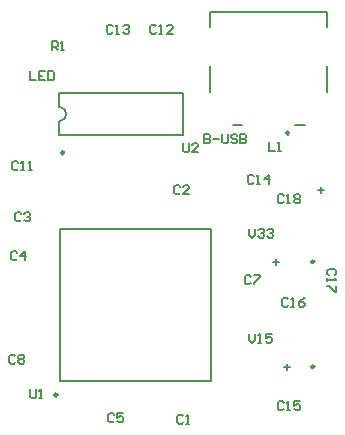
<source format=gto>
%FSLAX23Y23*%
%MOIN*%
G70*
G01*
G75*
%ADD10C,0.008*%
%ADD11R,0.043X0.039*%
%ADD12R,0.039X0.043*%
%ADD13R,0.039X0.043*%
%ADD14R,0.063X0.071*%
%ADD15R,0.063X0.071*%
%ADD16R,0.016X0.085*%
%ADD17R,0.051X0.059*%
%ADD18R,0.051X0.059*%
%ADD19R,0.057X0.022*%
%ADD20R,0.057X0.022*%
%ADD21R,0.020X0.091*%
%ADD22R,0.012X0.063*%
%ADD23R,0.063X0.012*%
%ADD24R,0.059X0.051*%
%ADD25R,0.016X0.085*%
%ADD26R,0.043X0.142*%
%ADD27R,0.043X0.177*%
%ADD28R,0.043X0.157*%
%ADD29R,0.043X0.118*%
%ADD30R,0.012X0.063*%
%ADD31R,0.063X0.012*%
%ADD32R,0.043X0.039*%
%ADD33R,0.079X0.098*%
%ADD34R,0.020X0.091*%
%ADD35C,0.014*%
%ADD36C,0.010*%
%ADD37C,0.020*%
%ADD38C,0.012*%
%ADD39C,0.020*%
%ADD40C,0.011*%
%ADD41C,0.100*%
%ADD42C,0.024*%
%ADD43C,0.020*%
%ADD44C,0.059*%
%ADD45C,0.010*%
%ADD46C,0.008*%
%ADD47C,0.007*%
D45*
X3077Y3915D02*
G03*
X3077Y3915I-5J0D01*
G01*
Y4265D02*
G03*
X3077Y4265I-5J0D01*
G01*
X2242Y4628D02*
G03*
X2242Y4628I-5J0D01*
G01*
X2221Y3821D02*
G03*
X2221Y3821I-5J0D01*
G01*
X2993Y4694D02*
G03*
X2993Y4694I-5J0D01*
G01*
D46*
X2226Y4733D02*
G03*
X2226Y4781I0J24D01*
G01*
Y4686D02*
Y4733D01*
Y4781D02*
Y4828D01*
X2640Y4686D02*
Y4828D01*
X2226Y4686D02*
X2640D01*
X2226Y4828D02*
X2640D01*
X2732Y3868D02*
Y4372D01*
X2228Y3868D02*
Y4372D01*
Y3868D02*
X2732D01*
X2228Y4372D02*
X2732D01*
X2730Y5098D02*
X3120D01*
X2730Y5046D02*
Y5098D01*
Y4830D02*
Y4916D01*
X3120Y4830D02*
Y4916D01*
Y5046D02*
Y5098D01*
X2805Y4720D02*
X2836D01*
X3014D02*
X3045D01*
D47*
X3090Y4503D02*
X3110D01*
X3100Y4513D02*
Y4493D01*
X2975Y3915D02*
X2995D01*
X2985Y3925D02*
Y3905D01*
X2940Y4265D02*
X2960D01*
X2950Y4275D02*
Y4255D01*
X2860Y4375D02*
Y4355D01*
X2870Y4345D01*
X2880Y4355D01*
Y4375D01*
X2890Y4370D02*
X2895Y4375D01*
X2905D01*
X2910Y4370D01*
Y4365D01*
X2905Y4360D01*
X2900D01*
X2905D01*
X2910Y4355D01*
Y4350D01*
X2905Y4345D01*
X2895D01*
X2890Y4350D01*
X2920Y4370D02*
X2925Y4375D01*
X2935D01*
X2940Y4370D01*
Y4365D01*
X2935Y4360D01*
X2930D01*
X2935D01*
X2940Y4355D01*
Y4350D01*
X2935Y4345D01*
X2925D01*
X2920Y4350D01*
X2860Y4025D02*
Y4005D01*
X2870Y3995D01*
X2880Y4005D01*
Y4025D01*
X2890Y3995D02*
X2900D01*
X2895D01*
Y4025D01*
X2890Y4020D01*
X2935Y4025D02*
X2915D01*
Y4010D01*
X2925Y4015D01*
X2930D01*
X2935Y4010D01*
Y4000D01*
X2930Y3995D01*
X2920D01*
X2915Y4000D01*
X2975Y4485D02*
X2970Y4490D01*
X2960D01*
X2955Y4485D01*
Y4465D01*
X2960Y4460D01*
X2970D01*
X2975Y4465D01*
X2985Y4460D02*
X2995D01*
X2990D01*
Y4490D01*
X2985Y4485D01*
X3010D02*
X3015Y4490D01*
X3025D01*
X3030Y4485D01*
Y4480D01*
X3025Y4475D01*
X3030Y4470D01*
Y4465D01*
X3025Y4460D01*
X3015D01*
X3010Y4465D01*
Y4470D01*
X3015Y4475D01*
X3010Y4480D01*
Y4485D01*
X3015Y4475D02*
X3025D01*
X3145Y4220D02*
X3150Y4225D01*
Y4235D01*
X3145Y4240D01*
X3125D01*
X3120Y4235D01*
Y4225D01*
X3125Y4220D01*
X3120Y4210D02*
Y4200D01*
Y4205D01*
X3150D01*
X3145Y4210D01*
X3150Y4185D02*
Y4165D01*
X3145D01*
X3125Y4185D01*
X3120D01*
X2990Y4140D02*
X2985Y4145D01*
X2975D01*
X2970Y4140D01*
Y4120D01*
X2975Y4115D01*
X2985D01*
X2990Y4120D01*
X3000Y4115D02*
X3010D01*
X3005D01*
Y4145D01*
X3000Y4140D01*
X3045Y4145D02*
X3035Y4140D01*
X3025Y4130D01*
Y4120D01*
X3030Y4115D01*
X3040D01*
X3045Y4120D01*
Y4125D01*
X3040Y4130D01*
X3025D01*
X2975Y3795D02*
X2970Y3800D01*
X2960D01*
X2955Y3795D01*
Y3775D01*
X2960Y3770D01*
X2970D01*
X2975Y3775D01*
X2985Y3770D02*
X2995D01*
X2990D01*
Y3800D01*
X2985Y3795D01*
X3030Y3800D02*
X3010D01*
Y3785D01*
X3020Y3790D01*
X3025D01*
X3030Y3785D01*
Y3775D01*
X3025Y3770D01*
X3015D01*
X3010Y3775D01*
X2865Y4215D02*
X2860Y4220D01*
X2850D01*
X2845Y4215D01*
Y4195D01*
X2850Y4190D01*
X2860D01*
X2865Y4195D01*
X2875Y4220D02*
X2895D01*
Y4215D01*
X2875Y4195D01*
Y4190D01*
X2630Y4515D02*
X2625Y4520D01*
X2615D01*
X2610Y4515D01*
Y4495D01*
X2615Y4490D01*
X2625D01*
X2630Y4495D01*
X2660Y4490D02*
X2640D01*
X2660Y4510D01*
Y4515D01*
X2655Y4520D01*
X2645D01*
X2640Y4515D01*
X2202Y4970D02*
Y5000D01*
X2217D01*
X2222Y4995D01*
Y4985D01*
X2217Y4980D01*
X2202D01*
X2212D02*
X2222Y4970D01*
X2232D02*
X2242D01*
X2237D01*
Y5000D01*
X2232Y4995D01*
X2130Y4900D02*
Y4870D01*
X2150D01*
X2180Y4900D02*
X2160D01*
Y4870D01*
X2180D01*
X2160Y4885D02*
X2170D01*
X2190Y4900D02*
Y4870D01*
X2205D01*
X2210Y4875D01*
Y4895D01*
X2205Y4900D01*
X2190D01*
X2640Y4660D02*
Y4635D01*
X2645Y4630D01*
X2655D01*
X2660Y4635D01*
Y4660D01*
X2690Y4630D02*
X2670D01*
X2690Y4650D01*
Y4655D01*
X2685Y4660D01*
X2675D01*
X2670Y4655D01*
X2130Y3840D02*
Y3815D01*
X2135Y3810D01*
X2145D01*
X2150Y3815D01*
Y3840D01*
X2160Y3810D02*
X2170D01*
X2165D01*
Y3840D01*
X2160Y3835D01*
X2925Y4665D02*
Y4635D01*
X2945D01*
X2955D02*
X2965D01*
X2960D01*
Y4665D01*
X2955Y4660D01*
X2875Y4550D02*
X2870Y4555D01*
X2860D01*
X2855Y4550D01*
Y4530D01*
X2860Y4525D01*
X2870D01*
X2875Y4530D01*
X2885Y4525D02*
X2895D01*
X2890D01*
Y4555D01*
X2885Y4550D01*
X2925Y4525D02*
Y4555D01*
X2910Y4540D01*
X2930D01*
X2405Y5050D02*
X2400Y5055D01*
X2390D01*
X2385Y5050D01*
Y5030D01*
X2390Y5025D01*
X2400D01*
X2405Y5030D01*
X2415Y5025D02*
X2425D01*
X2420D01*
Y5055D01*
X2415Y5050D01*
X2440D02*
X2445Y5055D01*
X2455D01*
X2460Y5050D01*
Y5045D01*
X2455Y5040D01*
X2450D01*
X2455D01*
X2460Y5035D01*
Y5030D01*
X2455Y5025D01*
X2445D01*
X2440Y5030D01*
X2550Y5050D02*
X2545Y5055D01*
X2535D01*
X2530Y5050D01*
Y5030D01*
X2535Y5025D01*
X2545D01*
X2550Y5030D01*
X2560Y5025D02*
X2570D01*
X2565D01*
Y5055D01*
X2560Y5050D01*
X2605Y5025D02*
X2585D01*
X2605Y5045D01*
Y5050D01*
X2600Y5055D01*
X2590D01*
X2585Y5050D01*
X2090Y4595D02*
X2085Y4600D01*
X2075D01*
X2070Y4595D01*
Y4575D01*
X2075Y4570D01*
X2085D01*
X2090Y4575D01*
X2100Y4570D02*
X2110D01*
X2105D01*
Y4600D01*
X2100Y4595D01*
X2125Y4570D02*
X2135D01*
X2130D01*
Y4600D01*
X2125Y4595D01*
X2640Y3750D02*
X2635Y3755D01*
X2625D01*
X2620Y3750D01*
Y3730D01*
X2625Y3725D01*
X2635D01*
X2640Y3730D01*
X2650Y3725D02*
X2660D01*
X2655D01*
Y3755D01*
X2650Y3750D01*
X2100Y4425D02*
X2095Y4430D01*
X2085D01*
X2080Y4425D01*
Y4405D01*
X2085Y4400D01*
X2095D01*
X2100Y4405D01*
X2110Y4425D02*
X2115Y4430D01*
X2125D01*
X2130Y4425D01*
Y4420D01*
X2125Y4415D01*
X2120D01*
X2125D01*
X2130Y4410D01*
Y4405D01*
X2125Y4400D01*
X2115D01*
X2110Y4405D01*
X2086Y4294D02*
X2081Y4299D01*
X2071D01*
X2066Y4294D01*
Y4274D01*
X2071Y4269D01*
X2081D01*
X2086Y4274D01*
X2111Y4269D02*
Y4299D01*
X2096Y4284D01*
X2116D01*
X2410Y3755D02*
X2405Y3760D01*
X2395D01*
X2390Y3755D01*
Y3735D01*
X2395Y3730D01*
X2405D01*
X2410Y3735D01*
X2440Y3760D02*
X2420D01*
Y3745D01*
X2430Y3750D01*
X2435D01*
X2440Y3745D01*
Y3735D01*
X2435Y3730D01*
X2425D01*
X2420Y3735D01*
X2080Y3950D02*
X2075Y3955D01*
X2065D01*
X2060Y3950D01*
Y3930D01*
X2065Y3925D01*
X2075D01*
X2080Y3930D01*
X2090Y3950D02*
X2095Y3955D01*
X2105D01*
X2110Y3950D01*
Y3945D01*
X2105Y3940D01*
X2110Y3935D01*
Y3930D01*
X2105Y3925D01*
X2095D01*
X2090Y3930D01*
Y3935D01*
X2095Y3940D01*
X2090Y3945D01*
Y3950D01*
X2095Y3940D02*
X2105D01*
X2710Y4690D02*
Y4660D01*
X2725D01*
X2730Y4665D01*
Y4670D01*
X2725Y4675D01*
X2710D01*
X2725D01*
X2730Y4680D01*
Y4685D01*
X2725Y4690D01*
X2710D01*
X2740Y4675D02*
X2760D01*
X2770Y4690D02*
Y4665D01*
X2775Y4660D01*
X2785D01*
X2790Y4665D01*
Y4690D01*
X2820Y4685D02*
X2815Y4690D01*
X2805D01*
X2800Y4685D01*
Y4680D01*
X2805Y4675D01*
X2815D01*
X2820Y4670D01*
Y4665D01*
X2815Y4660D01*
X2805D01*
X2800Y4665D01*
X2830Y4690D02*
Y4660D01*
X2845D01*
X2850Y4665D01*
Y4670D01*
X2845Y4675D01*
X2830D01*
X2845D01*
X2850Y4680D01*
Y4685D01*
X2845Y4690D01*
X2830D01*
M02*

</source>
